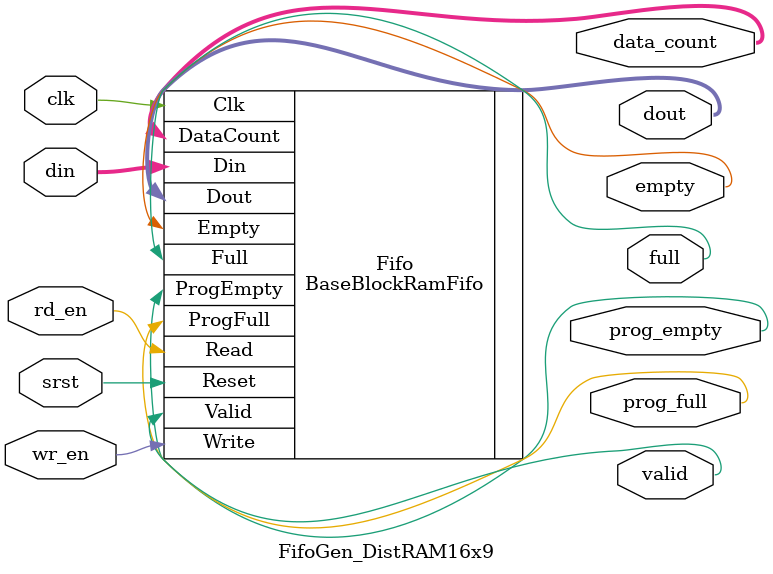
<source format=v>
/*
	FifoGen_DistRAM16x9.v: Behavior version of 16x9 Distributed RAM FIFO

		  Ted Rossin  9-27-2024
	  		     11-07-2024 

     Note: 
*/

`timescale 1ns / 1ps

module FifoGen_DistRAM16x9(
     input clk
    ,input srst
    ,input[8:0] din
    ,input wr_en
    ,input rd_en
    ,output[8:0] dout
    ,output valid
    ,output full
    ,output empty
    ,output prog_empty
    ,output[3:0] data_count
    ,output prog_full
);

    BaseBlockRamFifo #(
	 .FirstWordFall(0)
	,.BuiltIn(0)
	,.Width(9)
	,.ProgFullValue(14)
	,.ProgEmptyValue(5)
	,.DataCountWidth(4)
	,.Depth(16)
    ) Fifo(
     	 .Clk(clk)
    	,.Reset(srst)
    	,.Write(wr_en)
    	,.Read(rd_en)
    	,.Din(din)
    	,.Dout(dout)
    	,.ProgFull(prog_full)
    	,.ProgEmpty(prog_empty)
    	,.DataCount(data_count)
    	,.Valid(valid)
    	,.Empty(empty)
    	,.Full(full)
    );
endmodule

</source>
